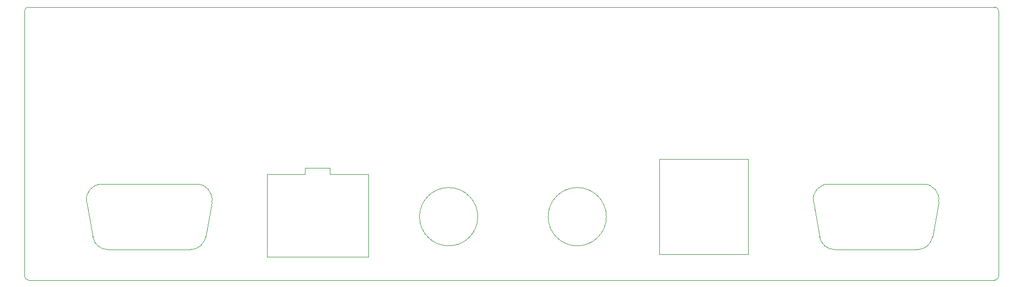
<source format=gbr>
%TF.GenerationSoftware,KiCad,Pcbnew,(5.1.10)-1*%
%TF.CreationDate,2021-10-12T00:16:37-07:00*%
%TF.ProjectId,backpanel,6261636b-7061-46e6-956c-2e6b69636164,rev?*%
%TF.SameCoordinates,PX18392c0PYda028c0*%
%TF.FileFunction,Profile,NP*%
%FSLAX46Y46*%
G04 Gerber Fmt 4.6, Leading zero omitted, Abs format (unit mm)*
G04 Created by KiCad (PCBNEW (5.1.10)-1) date 2021-10-12 00:16:37*
%MOMM*%
%LPD*%
G01*
G04 APERTURE LIST*
%TA.AperFunction,Profile*%
%ADD10C,0.050000*%
%TD*%
G04 APERTURE END LIST*
D10*
X103438003Y162959989D02*
X103438003Y178459989D01*
X117938003Y162959989D02*
X103438003Y162959989D01*
X117938003Y178459989D02*
X117938003Y162959989D01*
X103438003Y178459989D02*
X117938003Y178459989D01*
X94823003Y169059989D02*
G75*
G03*
X94823003Y169059989I-4750000J0D01*
G01*
X73868003Y169059989D02*
G75*
G03*
X73868003Y169059989I-4750000J0D01*
G01*
X56003003Y176021989D02*
X56003003Y162559989D01*
X49780003Y176021989D02*
X56003003Y176021989D01*
X49780003Y177037989D02*
X49780003Y176021989D01*
X45716003Y177037989D02*
X49780003Y177037989D01*
X45716003Y176021989D02*
X45716003Y177037989D01*
X39493003Y176021989D02*
X45716003Y176021989D01*
X39493003Y162559989D02*
X39493003Y176021989D01*
X39493003Y162559989D02*
X56003003Y162559989D01*
X11127912Y165770439D02*
X10111912Y171434639D01*
X30533694Y171434639D02*
X29517694Y165770439D01*
X11127912Y165770439D02*
G75*
G03*
X13591803Y163702989I2463891J434450D01*
G01*
X10111912Y171434639D02*
G75*
G02*
X12575803Y174370989I2463891J434450D01*
G01*
X30533694Y171434639D02*
G75*
G03*
X28069803Y174370989I-2463891J434450D01*
G01*
X29517694Y165770439D02*
G75*
G02*
X27053803Y163702989I-2463891J434450D01*
G01*
X13591803Y163702989D02*
X27053803Y163702989D01*
X12575803Y174370989D02*
X28069803Y174370989D01*
X129568112Y165770439D02*
X128552112Y171434639D01*
X148973894Y171434639D02*
X147957894Y165770439D01*
X148973894Y171434639D02*
G75*
G03*
X146510003Y174370989I-2463891J434450D01*
G01*
X129568112Y165770439D02*
G75*
G03*
X132032003Y163702989I2463891J434450D01*
G01*
X128552112Y171434639D02*
G75*
G02*
X131016003Y174370989I2463891J434450D01*
G01*
X147957894Y165770439D02*
G75*
G02*
X145494003Y163702989I-2463891J434450D01*
G01*
X132032003Y163702989D02*
X145494003Y163702989D01*
X131016003Y174370989D02*
X146510003Y174370989D01*
X635003Y158749989D02*
G75*
G02*
X3Y159384989I0J635000D01*
G01*
X3Y202564989D02*
G75*
G02*
X635003Y203199989I635000J0D01*
G01*
X158115003Y203199989D02*
G75*
G02*
X158750003Y202564989I0J-635000D01*
G01*
X158750003Y159384989D02*
G75*
G02*
X158115003Y158749989I-635000J0D01*
G01*
X635003Y203199989D02*
X158115003Y203199989D01*
X3Y159384989D02*
X3Y202564989D01*
X158115003Y158749989D02*
X635003Y158749989D01*
X158750003Y159384989D02*
X158750003Y202564989D01*
M02*

</source>
